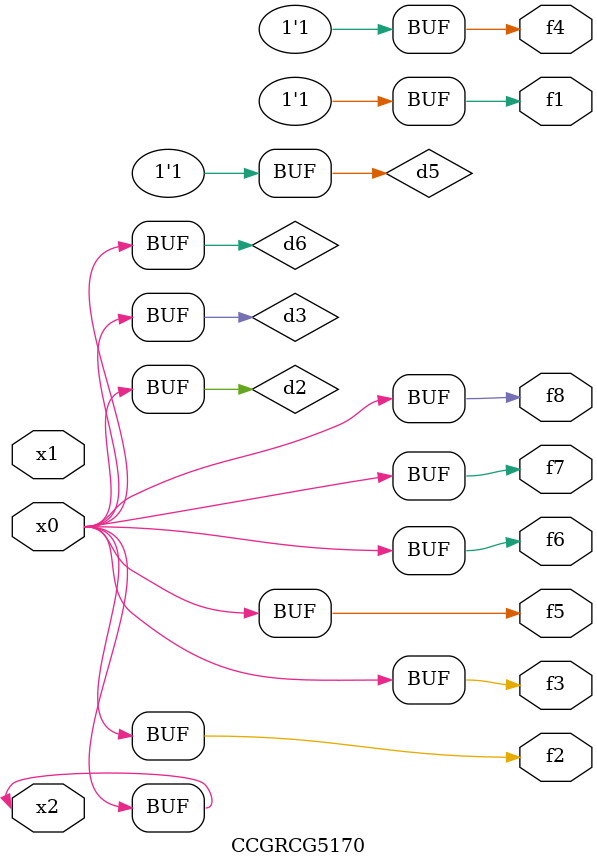
<source format=v>
module CCGRCG5170(
	input x0, x1, x2,
	output f1, f2, f3, f4, f5, f6, f7, f8
);

	wire d1, d2, d3, d4, d5, d6;

	xnor (d1, x2);
	buf (d2, x0, x2);
	and (d3, x0);
	xnor (d4, x1, x2);
	nand (d5, d1, d3);
	buf (d6, d2, d3);
	assign f1 = d5;
	assign f2 = d6;
	assign f3 = d6;
	assign f4 = d5;
	assign f5 = d6;
	assign f6 = d6;
	assign f7 = d6;
	assign f8 = d6;
endmodule

</source>
